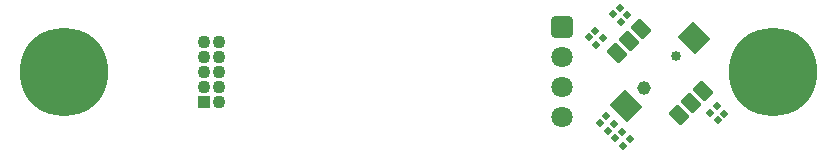
<source format=gts>
G04*
G04 #@! TF.GenerationSoftware,Altium Limited,Altium Designer,22.10.1 (41)*
G04*
G04 Layer_Color=8388736*
%FSLAX43Y43*%
%MOMM*%
G71*
G04*
G04 #@! TF.SameCoordinates,A06D47DE-3B52-4099-82B1-BC196321E02B*
G04*
G04*
G04 #@! TF.FilePolarity,Negative*
G04*
G01*
G75*
G04:AMPARAMS|DCode=15|XSize=0.58mm|YSize=0.48mm|CornerRadius=0mm|HoleSize=0mm|Usage=FLASHONLY|Rotation=135.000|XOffset=0mm|YOffset=0mm|HoleType=Round|Shape=Rectangle|*
%AMROTATEDRECTD15*
4,1,4,0.375,-0.035,0.035,-0.375,-0.375,0.035,-0.035,0.375,0.375,-0.035,0.0*
%
%ADD15ROTATEDRECTD15*%

G04:AMPARAMS|DCode=16|XSize=2.1mm|YSize=1.9mm|CornerRadius=0.095mm|HoleSize=0mm|Usage=FLASHONLY|Rotation=315.000|XOffset=0mm|YOffset=0mm|HoleType=Round|Shape=RoundedRectangle|*
%AMROUNDEDRECTD16*
21,1,2.100,1.710,0,0,315.0*
21,1,1.910,1.900,0,0,315.0*
1,1,0.190,0.071,-1.280*
1,1,0.190,-1.280,0.071*
1,1,0.190,-0.071,1.280*
1,1,0.190,1.280,-0.071*
%
%ADD16ROUNDEDRECTD16*%
G04:AMPARAMS|DCode=17|XSize=1.45mm|YSize=1.1mm|CornerRadius=0.1mm|HoleSize=0mm|Usage=FLASHONLY|Rotation=315.000|XOffset=0mm|YOffset=0mm|HoleType=Round|Shape=RoundedRectangle|*
%AMROUNDEDRECTD17*
21,1,1.450,0.900,0,0,315.0*
21,1,1.250,1.100,0,0,315.0*
1,1,0.200,0.124,-0.760*
1,1,0.200,-0.760,0.124*
1,1,0.200,-0.124,0.760*
1,1,0.200,0.760,-0.124*
%
%ADD17ROUNDEDRECTD17*%
%ADD18C,7.500*%
%ADD19C,1.100*%
%ADD20R,1.100X1.100*%
%ADD21C,0.850*%
%ADD22C,1.150*%
%ADD23C,1.800*%
G04:AMPARAMS|DCode=24|XSize=1.8mm|YSize=1.8mm|CornerRadius=0.22mm|HoleSize=0mm|Usage=FLASHONLY|Rotation=180.000|XOffset=0mm|YOffset=0mm|HoleType=Round|Shape=RoundedRectangle|*
%AMROUNDEDRECTD24*
21,1,1.800,1.360,0,0,180.0*
21,1,1.360,1.800,0,0,180.0*
1,1,0.440,-0.680,0.680*
1,1,0.440,0.680,0.680*
1,1,0.440,0.680,-0.680*
1,1,0.440,-0.680,-0.680*
%
%ADD24ROUNDEDRECTD24*%
D15*
X60879Y3979D02*
D03*
X60321Y3421D02*
D03*
X52679Y12329D02*
D03*
X52121Y11771D02*
D03*
X52021Y12971D02*
D03*
X51462Y12412D02*
D03*
X60229Y4629D02*
D03*
X59671Y4071D02*
D03*
X50579Y10379D02*
D03*
X50021Y9821D02*
D03*
X49972Y11021D02*
D03*
X49413Y10462D02*
D03*
X52861Y1817D02*
D03*
X52302Y1258D02*
D03*
X52209Y2459D02*
D03*
X51650Y1900D02*
D03*
X51559Y3109D02*
D03*
X51000Y2550D02*
D03*
X50909Y3759D02*
D03*
X50350Y3200D02*
D03*
D16*
X52566Y4636D02*
D03*
X58294Y10364D02*
D03*
D17*
X57056Y3858D02*
D03*
X58064Y4866D02*
D03*
X59072Y5874D02*
D03*
X51788Y9126D02*
D03*
X52796Y10134D02*
D03*
X53804Y11142D02*
D03*
D18*
X5000Y7500D02*
D03*
X65000D02*
D03*
D19*
X16865Y8770D02*
D03*
Y7500D02*
D03*
X18135Y8770D02*
D03*
Y7500D02*
D03*
X16865Y10040D02*
D03*
X18135D02*
D03*
X16865Y6230D02*
D03*
X18135D02*
D03*
Y4960D02*
D03*
D20*
X16865D02*
D03*
D21*
X56773Y8844D02*
D03*
D22*
X54086Y6156D02*
D03*
D23*
X47140Y3690D02*
D03*
Y6230D02*
D03*
Y8770D02*
D03*
D24*
Y11310D02*
D03*
M02*

</source>
